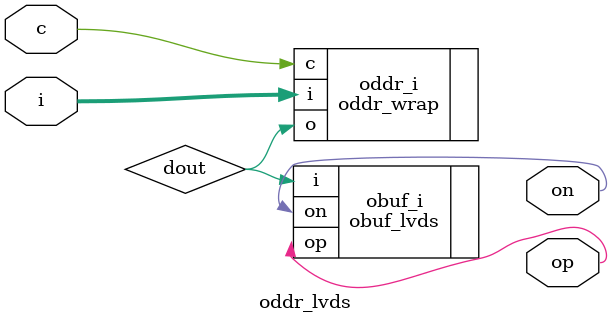
<source format=v>
/*
 * Copyright (C) 2014 Harmon Instruments, LLC
 *
 * This program is free software: you can redistribute it and/or modify
 * it under the terms of the GNU General Public License as published by
 * the Free Software Foundation, either version 3 of the License, or
 * (at your option) any later version.
 *
 * This program is distributed in the hope that it will be useful,
 * but WITHOUT ANY WARRANTY; without even the implied warranty of
 * MERCHANTABILITY or FITNESS FOR A PARTICULAR PURPOSE.  See the
 * GNU General Public License for more details.
 *
 * You should have received a copy of the GNU General Public License
 * along with this program.  If not, see <http://www.gnu.org/licenses/
 *
 */

`timescale 1ns / 1ps

// data to pin, bit 0 goes out first
module oddr_lvds(input c, input [1:0] i, output op, on);
   wire        dout;
   obuf_lvds obuf_i(.i(dout), .op(op), .on(on));
   oddr_wrap oddr_i(.c(c), .i(i), .o(dout));
endmodule

</source>
